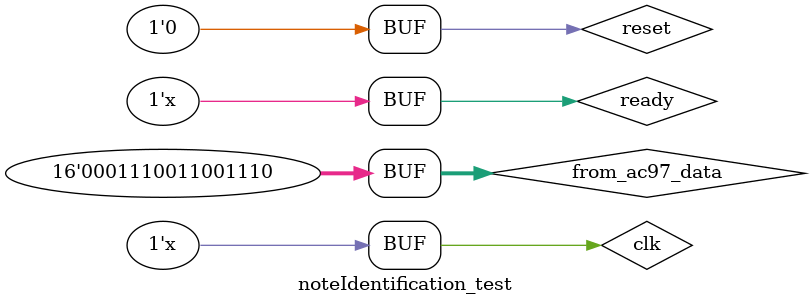
<source format=v>
`timescale 1ns / 1ps


module noteIdentification_test;

	// Inputs
	reg reset;
	reg clk;
	reg ready;
	reg [15:0] from_ac97_data;

	// Outputs
	wire [3:0] note;
	wire readVal;

	// Instantiate the Unit Under Test (UUT)
	noteIdentification uut (
		.reset(reset), 
		.clk(clk), 
		.ready(ready), 
		.from_ac97_data(from_ac97_data), 
		.note(note), 
		.readVal(readVal)
	);

	always #1 clk = !clk;
	always #50 ready = !ready;

	initial begin
		// Initialize Inputs
		reset = 0;
		clk = 0;
		ready = 0;
		from_ac97_data = 0;

		// Wait 100 ns for global reset to finish
		#100;
      from_ac97_data = 16'b0001110011001110;
		// Add stimulus here

	end
      
endmodule


</source>
